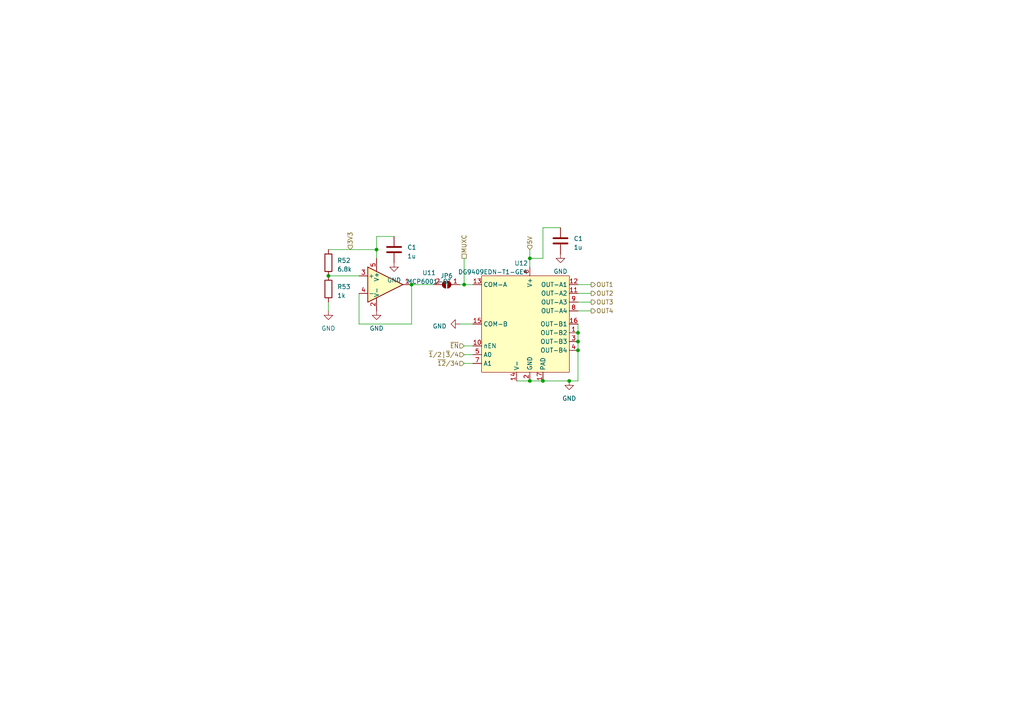
<source format=kicad_sch>
(kicad_sch (version 20230121) (generator eeschema)
  (paper "A4")
  (lib_symbols
    (symbol "Amplifier_Operational:MCP6001-OT" (pin_names (offset 0.127))
      (property "Reference" "U" (at -1.27 6.35 0))
      (property "Value" "MCP6001-OT" (at -1.27 3.81 0))
      (symbol "MCP6001-OT_0_1"
        (polyline (pts (xy -5.08 5.08) (xy 5.08 0) (xy -5.08 -5.08) (xy -5.08 5.08)) (stroke (width 0.254)) (fill (type background)))
        (pin power_in line (at -2.54 -7.62 90) (length 3.81) (name "V-") (number "2"))
        (pin power_in line (at -2.54 7.62 270) (length 3.81) (name "V+") (number "5"))
      )
      (symbol "MCP6001-OT_1_1"
        (pin output line (at 7.62 0 180) (length 2.54) (name "~") (number "1"))
        (pin input line (at -7.62 2.54 0) (length 2.54) (name "+") (number "3"))
        (pin input line (at -7.62 -2.54 0) (length 2.54) (name "-") (number "4"))
      )
    )
    (symbol "Device:C" (pin_numbers hide) (pin_names (offset 0.254))
      (property "Reference" "C" (at 0.635 2.54 0))
      (property "Value" "C" (at 0.635 -2.54 0))
      (symbol "C_0_1"
        (polyline (pts (xy -2.032 -0.762) (xy 2.032 -0.762)) (stroke (width 0.508)))
        (polyline (pts (xy -2.032 0.762) (xy 2.032 0.762)) (stroke (width 0.508)))
      )
      (symbol "C_1_1"
        (pin passive line (at 0 3.81 270) (length 2.794) (name "~") (number "1"))
        (pin passive line (at 0 -3.81 90) (length 2.794) (name "~") (number "2"))
      )
    )
    (symbol "Device:R" (pin_numbers hide) (pin_names (offset 0))
      (property "Reference" "R" (at 2.032 0 90))
      (property "Value" "R" (at 0 0 90))
      (symbol "R_0_1"
        (rectangle (start -1.016 -2.54) (end 1.016 2.54) (stroke (width 0.254)))
      )
      (symbol "R_1_1"
        (pin passive line (at 0 3.81 270) (length 1.27) (name "~") (number "1"))
        (pin passive line (at 0 -3.81 90) (length 1.27) (name "~") (number "2"))
      )
    )
    (symbol "Jumper:SolderJumper_2_Open" (pin_names (offset 0) hide)
      (property "Reference" "JP" (at 0 2.032 0))
      (property "Value" "SolderJumper_2_Open" (at 0 -2.54 0))
      (symbol "SolderJumper_2_Open_0_1"
        (arc (start -0.254 1.016) (mid -1.2656 0) (end -0.254 -1.016))
        (arc (start -0.254 1.016) (mid -1.2656 0) (end -0.254 -1.016) (fill (type outline)))
        (polyline (pts (xy -0.254 1.016) (xy -0.254 -1.016)))
        (polyline (pts (xy 0.254 1.016) (xy 0.254 -1.016)))
        (arc (start 0.254 -1.016) (mid 1.2656 0) (end 0.254 1.016))
        (arc (start 0.254 -1.016) (mid 1.2656 0) (end 0.254 1.016) (fill (type outline)))
      )
      (symbol "SolderJumper_2_Open_1_1"
        (pin passive line (at -3.81 0 0) (length 2.54) (name "A") (number "1"))
        (pin passive line (at 3.81 0 180) (length 2.54) (name "B") (number "2"))
      )
    )
    (symbol "mux-parts:DG9409EDN-T1-GE4"
      (property "Reference" "U" (at 6.35 19.05 0))
      (property "Value" "DG9409EDN-T1-GE4" (at -15.24 20.32 0))
      (symbol "DG9409EDN-T1-GE4_0_1"
        (rectangle (start -13.97 16.51) (end 11.43 -11.43) (stroke (width 0.1524)) (fill (type background)))
      )
      (symbol "DG9409EDN-T1-GE4_1_1"
        (pin passive line (at 13.97 0 180) (length 2.54) (name "OUT-B2") (number "1"))
        (pin input line (at -16.51 -3.81 0) (length 2.54) (name "nEN") (number "10"))
        (pin passive line (at 13.97 11.43 180) (length 2.54) (name "OUT-A2") (number "11"))
        (pin passive line (at 13.97 13.97 180) (length 2.54) (name "OUT-A1") (number "12"))
        (pin passive line (at -16.51 13.97 0) (length 2.54) (name "COM-A") (number "13"))
        (pin power_in line (at -3.81 -13.97 90) (length 2.54) (name "V-") (number "14"))
        (pin passive line (at -16.51 2.54 0) (length 2.54) (name "COM-B") (number "15"))
        (pin passive line (at 13.97 2.54 180) (length 2.54) (name "OUT-B1") (number "16"))
        (pin passive line (at 3.81 -13.97 90) (length 2.54) (name "PAD") (number "17"))
        (pin power_in line (at 0 -13.97 90) (length 2.54) (name "GND") (number "2"))
        (pin passive line (at 13.97 -2.54 180) (length 2.54) (name "OUT-B3") (number "3"))
        (pin passive line (at 13.97 -5.08 180) (length 2.54) (name "OUT-B4") (number "4"))
        (pin input line (at -16.51 -6.35 0) (length 2.54) (name "A0") (number "5"))
        (pin power_in line (at 0 19.05 270) (length 2.54) (name "V+") (number "6"))
        (pin input line (at -16.51 -8.89 0) (length 2.54) (name "A1") (number "7"))
        (pin passive line (at 13.97 6.35 180) (length 2.54) (name "OUT-A4") (number "8"))
        (pin passive line (at 13.97 8.89 180) (length 2.54) (name "OUT-A3") (number "9"))
      )
    )
    (symbol "power:GND" (power) (pin_names (offset 0))
      (property "Value" "GND" (at 0 -3.81 0))
      (symbol "GND_0_1"
        (polyline (pts (xy 0 0) (xy 0 -1.27) (xy 1.27 -1.27) (xy 0 -2.54) (xy -1.27 -1.27) (xy 0 -1.27)))
      )
      (symbol "GND_1_1"
        (pin power_in line (at 0 0 270) (length 0) hide (name "GND") (number "1"))
      )
    )
  )
  (junction (at 153.67 74.93))
  (junction (at 157.48 110.49))
  (junction (at 167.64 96.52))
  (junction (at 119.38 82.55))
  (junction (at 167.64 101.6))
  (junction (at 134.62 82.55))
  (junction (at 165.1 110.49))
  (junction (at 153.67 110.49))
  (junction (at 109.22 72.39))
  (junction (at 95.25 80.01))
  (junction (at 167.64 99.06))
  (wire (pts (xy 109.22 72.39) (xy 109.22 74.93)))
  (wire (pts (xy 104.14 93.98) (xy 104.14 85.09)))
  (wire (pts (xy 134.62 82.55) (xy 137.16 82.55)))
  (wire (pts (xy 167.64 85.09) (xy 171.45 85.09)))
  (wire (pts (xy 165.1 110.49) (xy 167.64 110.49)))
  (wire (pts (xy 167.64 96.52) (xy 167.64 99.06)))
  (wire (pts (xy 119.38 93.98) (xy 104.14 93.98)))
  (wire (pts (xy 167.64 99.06) (xy 167.64 101.6)))
  (wire (pts (xy 153.67 72.39) (xy 153.67 74.93)))
  (wire (pts (xy 133.35 82.55) (xy 134.62 82.55)))
  (wire (pts (xy 162.56 66.04) (xy 157.48 66.04)))
  (wire (pts (xy 167.64 82.55) (xy 171.45 82.55)))
  (wire (pts (xy 167.64 87.63) (xy 171.45 87.63)))
  (wire (pts (xy 133.35 93.98) (xy 137.16 93.98)))
  (wire (pts (xy 95.25 72.39) (xy 109.22 72.39)))
  (wire (pts (xy 157.48 66.04) (xy 157.48 74.93)))
  (wire (pts (xy 134.62 74.93) (xy 134.62 82.55)))
  (wire (pts (xy 167.64 93.98) (xy 167.64 96.52)))
  (wire (pts (xy 109.22 68.58) (xy 109.22 72.39)))
  (wire (pts (xy 134.62 100.33) (xy 137.16 100.33)))
  (wire (pts (xy 95.25 80.01) (xy 104.14 80.01)))
  (wire (pts (xy 153.67 74.93) (xy 153.67 77.47)))
  (wire (pts (xy 167.64 101.6) (xy 167.64 110.49)))
  (wire (pts (xy 134.62 102.87) (xy 137.16 102.87)))
  (wire (pts (xy 119.38 82.55) (xy 119.38 93.98)))
  (wire (pts (xy 157.48 110.49) (xy 165.1 110.49)))
  (wire (pts (xy 157.48 74.93) (xy 153.67 74.93)))
  (wire (pts (xy 149.86 110.49) (xy 153.67 110.49)))
  (wire (pts (xy 95.25 90.17) (xy 95.25 87.63)))
  (wire (pts (xy 153.67 110.49) (xy 157.48 110.49)))
  (wire (pts (xy 167.64 90.17) (xy 171.45 90.17)))
  (wire (pts (xy 119.38 82.55) (xy 125.73 82.55)))
  (wire (pts (xy 134.62 105.41) (xy 137.16 105.41)))
  (wire (pts (xy 114.3 68.58) (xy 109.22 68.58)))
  (hierarchical_label "~{EN}" (shape input) (at 134.62 100.33 180))
  (hierarchical_label "OUT3" (shape output) (at 171.45 87.63 0))
  (hierarchical_label "~{12}{slash}34" (shape input) (at 134.62 105.41 180))
  (hierarchical_label "5V" (shape input) (at 153.67 72.39 90))
  (hierarchical_label "OUT1" (shape output) (at 171.45 82.55 0))
  (hierarchical_label "~{1}{slash}2|~{3}{slash}4" (shape input) (at 134.62 102.87 180))
  (hierarchical_label "OUT4" (shape output) (at 171.45 90.17 0))
  (hierarchical_label "OUT2" (shape output) (at 171.45 85.09 0))
  (hierarchical_label "MUXC" (shape passive) (at 134.62 74.93 90))
  (hierarchical_label "3V3" (shape input) (at 101.6 72.39 90))
  (symbol (lib_id "Device:R") (at 95.25 76.2 0) (unit 1)
    (property "Reference" "R52" (at 97.79 75.565 0) (effects (justify left)))
    (property "Value" "6.8k" (at 97.79 78.105 0) (effects (justify left)))
    (property "Footprint" "Resistor_SMD:R_0402_1005Metric" (effects hide))
  )
  (symbol (lib_id "power:GND") (at 109.22 90.17 0) (unit 1)
    (property "Reference" "#PWR021" (effects hide))
    (property "Value" "GND" (at 109.22 95.25 0))
  )
  (symbol (lib_id "Device:C") (at 162.56 69.85 0) (unit 1)
    (property "Reference" "C1" (at 166.37 69.215 0) (effects (justify left)))
    (property "Value" "1u" (at 166.37 71.755 0) (effects (justify left)))
    (property "Footprint" "Capacitor_SMD:C_0603_1608Metric" (effects hide))
    (instances (project "pogoplayground" (path "" (reference "C1") (unit 1)) (path "" (reference "C5") (unit 1))))
  )
  (symbol (lib_id "Jumper:SolderJumper_2_Open") (at 129.54 82.55 180) (unit 1)
    (property "Reference" "JP6" (at 129.54 80.01 0))
    (property "Value" "SolderJumper_2_Open" (effects hide))
    (property "Footprint" "Jumper:SolderJumper-2_P1.3mm_Open_TrianglePad1.0x1.5mm" (effects hide))
    (instances (project "pogoplayground" (path "" (reference "JP6") (unit 1)) (path "" (reference "JP39") (unit 1))))
  )
  (symbol (lib_id "power:GND") (at 165.1 110.49 0) (unit 1)
    (property "Reference" "#PWR024" (effects hide))
    (property "Value" "GND" (at 165.1 115.57 0))
  )
  (symbol (lib_id "Device:R") (at 95.25 83.82 0) (unit 1)
    (property "Reference" "R53" (at 97.79 83.185 0) (effects (justify left)))
    (property "Value" "1k" (at 97.79 85.725 0) (effects (justify left)))
    (property "Footprint" "Resistor_SMD:R_0402_1005Metric" (effects hide))
  )
  (symbol (lib_id "Amplifier_Operational:MCP6001-OT") (at 111.76 82.55 0) (unit 1)
    (property "Reference" "U11" (at 124.46 79.1211 0))
    (property "Value" "MCP6001-OT" (at 124.46 81.6611 0))
    (property "Footprint" "Package_TO_SOT_SMD:SOT-23-5" (effects hide))
    (property "Datasheet" "http://ww1.microchip.com/downloads/en/DeviceDoc/21733j.pdf" (effects hide))
  )
  (symbol (lib_id "power:GND") (at 95.25 90.17 0) (unit 1)
    (property "Reference" "#PWR022" (effects hide))
    (property "Value" "GND" (at 95.25 95.25 0))
  )
  (symbol (lib_id "power:GND") (at 114.3 76.2 0) (unit 1)
    (property "Reference" "#PWR032" (effects hide))
    (property "Value" "GND" (at 114.3 81.28 0))
  )
  (symbol (lib_id "power:GND") (at 162.56 73.66 0) (unit 1)
    (property "Reference" "#PWR033" (effects hide))
    (property "Value" "GND" (at 162.56 78.74 0))
  )
  (symbol (lib_id "power:GND") (at 133.35 93.98 270) (unit 1)
    (property "Reference" "#PWR023" (effects hide))
    (property "Value" "GND" (at 129.54 94.615 90) (effects (justify right)))
  )
  (symbol (lib_id "Device:C") (at 114.3 72.39 0) (unit 1)
    (property "Reference" "C1" (at 118.11 71.755 0) (effects (justify left)))
    (property "Value" "1u" (at 118.11 74.295 0) (effects (justify left)))
    (property "Footprint" "Capacitor_SMD:C_0603_1608Metric" (effects hide))
    (instances (project "pogoplayground" (path "" (reference "C1") (unit 1)) (path "" (reference "C4") (unit 1))))
  )
  (symbol (lib_id "mux-parts:DG9409EDN-T1-GE4") (at 153.67 96.52 0) (unit 1)
    (property "Reference" "U12" (at 153.1494 76.361 0) (effects (justify right)))
    (property "Value" "DG9409EDN-T1-GE4" (at 153.1494 78.8979 0) (effects (justify right)))
    (property "Footprint" "Package_DFN_QFN:QFN-16-1EP_4x4mm_P0.65mm_EP2.1x2.1mm" (effects hide))
    (property "Datasheet" "https://www.vishay.com/docs/75375/dg9408e.pdf" (effects hide))
  )
)
</source>
